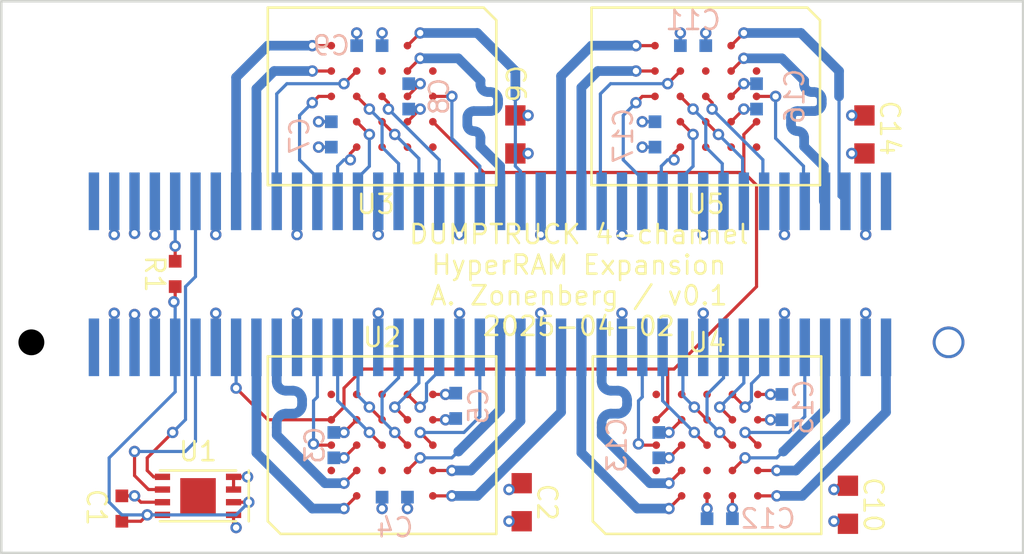
<source format=kicad_pcb>
(kicad_pcb (version 20240108) (generator "pcbnew") (generator_version "8.0")
  (layers (0 "F.Cu" signal) (1 "In1.Cu" signal) (2 "In2.Cu" signal) (31 "B.Cu" signal) (34 "B.Paste" user) (35 "F.Paste" user) (36 "B.SilkS" user "B.Silkscreen") (37 "F.SilkS" user "F.Silkscreen") (38 "B.Mask" user) (39 "F.Mask" user) (44 "Edge.Cuts" user))
  (net 0 "")
  (net 1 "/3V3_EEPROM")
  (net 2 "/GND")
  (net 3 "/VCC")
  (net 4 "/RAM2_CK_P")
  (net 5 "/RAM1_DQ5")
  (net 6 "/RAM1_DQ3")
  (net 7 "/RAM3_DQ4")
  (net 8 "/RAM1_DQ1")
  (net 9 "/RAM1_CK_N")
  (net 10 "/RAM0_DQ7")
  (net 11 "/RAM_RST_N")
  (net 12 "/RAM0_DQ0")
  (net 13 "/RAM3_DQ2")
  (net 14 "/RAM0_CS_N")
  (net 15 "Net-(J1B-PRESENT)")
  (net 16 "/RAM3_CK_N")
  (net 17 "/RAM3_CK_P")
  (net 18 "/RAM2_DQ0")
  (net 19 "/RAM2_DQ7")
  (net 20 "/RAM0_DQS")
  (net 21 "/RAM2_DQ4")
  (net 22 "/RAM3_CS_N")
  (net 24 "/EEPROM_SCL")
  (net 25 "/RAM0_DQ1")
  (net 26 "/RAM2_DQS")
  (net 27 "/EEPROM_SDA")
  (net 28 "/RAM3_DQ1")
  (net 29 "/RAM1_DQ7")
  (net 30 "/RAM3_DQ5")
  (net 31 "/RAM3_DQ0")
  (net 32 "/RAM0_CK_N")
  (net 33 "/RAM1_DQ4")
  (net 34 "/RAM2_DQ1")
  (net 35 "/RAM0_DQ4")
  (net 36 "/RAM0_CK_P")
  (net 37 "/RAM3_DQ7")
  (net 39 "/RAM2_CS_N")
  (net 40 "/RAM3_DQS")
  (net 42 "/RAM1_CS_N")
  (net 43 "/RAM0_DQ6")
  (net 44 "/RAM3_DQ6")
  (net 45 "/RAM1_DQ2")
  (net 46 "/RAM2_DQ5")
  (net 47 "/RAM0_DQ5")
  (net 48 "/RAM2_DQ3")
  (net 49 "/RAM1_DQS")
  (net 50 "/RAM1_DQ0")
  (net 51 "/RAM2_CK_N")
  (net 52 "/RAM3_DQ3")
  (net 53 "/RAM1_DQ6")
  (net 54 "/RAM2_DQ6")
  (net 55 "/RAM1_CK_P")
  (net 56 "/RAM2_DQ2")
  (net 57 "/RAM0_DQ2")
  (net 58 "/RAM0_DQ3")
  (footprint "azonenberg_pcb:EIA_0603_CAP_NOSILK" (layer "F.Cu") (at 130.75 76 90)
    (property "Reference" "C6")
    (property "Value" "4.7 uF" (hide yes))
  )
  (footprint "azonenberg_pcb:EIA_0603_CAP_NOSILK" (layer "F.Cu") (at 131 90.5 90)
    (property "Reference" "C2")
    (property "Value" "4.7 uF" (hide yes))
  )
  (footprint "azonenberg_pcb:EIA_0402_CAP_NOSILK" (layer "F.Cu") (at 115.25 90.75 90)
    (property "Reference" "C1")
    (property "Value" "0.47 uF" (hide yes))
  )
  (footprint "azonenberg_pcb:EIA_0402_RES_NOSILK" (layer "F.Cu") (at 117.35 81.5 90)
    (property "Reference" "R1")
    (property "Value" "0" (hide yes))
  )
  (footprint "azonenberg_pcb:EIA_0603_CAP_NOSILK" (layer "F.Cu") (at 144.5 76 90)
    (property "Reference" "C14")
    (property "Value" "4.7 uF" (hide yes))
  )
  (footprint "azonenberg_pcb:DFN_8_0.5MM_2x3MM_TALL" (layer "F.Cu") (at 118.25 90.25 90)
    (property "Reference" "U1")
    (property "Value" "M24C02-RMC6TG" (hide yes))
  )
  (footprint "azonenberg_pcb:BGA_24_6x8_DEPOP1_1MM" (layer "F.Cu") (at 125.5 88.25 90)
    (property "Reference" "U2")
    (property "Value" "S80KS5122GABHA020" (hide yes))
  )
  (footprint "azonenberg_pcb:BGA_24_6x8_DEPOP1_1MM" (layer "F.Cu") (at 138.25 74.5 -90)
    (property "Reference" "U5")
    (property "Value" "S80KS5122GABHA020" (hide yes))
  )
  (footprint "azonenberg_pcb:BGA_24_6x8_DEPOP1_1MM" (layer "F.Cu") (at 125.5 74.5 -90)
    (property "Reference" "U3")
    (property "Value" "S80KS5122GABHA020" (hide yes))
  )
  (footprint "azonenberg_pcb:EIA_0603_CAP_NOSILK" (layer "F.Cu") (at 143.85 90.6 90)
    (property "Reference" "C10")
    (property "Value" "4.7 uF" (hide yes))
  )
  (footprint "azonenberg_pcb:BGA_24_6x8_DEPOP1_1MM" (layer "F.Cu") (at 138.3 88.25 90)
    (property "Reference" "U4")
    (property "Value" "S80KS5122GABHA020" (hide yes))
  )
  (footprint "azonenberg_pcb:CONN_SAMTEC_BSE-040-01-L-D-A-TR" (layer "B.Cu") (at 129.75 81.5)
    (property "Reference" "J1" (hide yes))
    (property "Value" "CONN_DUMPTRUCK_DEVICE" (hide yes))
  )
  (footprint "azonenberg_pcb:EIA_0402_CAP_NOSILK" (layer "B.Cu") (at 123.6 88.249999 -90)
    (property "Reference" "C3")
    (property "Value" "0.47 uF" (hide yes))
  )
  (footprint "azonenberg_pcb:EIA_0402_CAP_NOSILK" (layer "B.Cu") (at 126.55 74.5 90)
    (property "Reference" "C8")
    (property "Value" "0.47 uF" (hide yes))
  )
  (footprint "azonenberg_pcb:EIA_0402_CAP_NOSILK" (layer "B.Cu") (at 126 90.3 180)
    (property "Reference" "C4")
    (property "Value" "0.47 uF" (hide yes))
  )
  (footprint "azonenberg_pcb:EIA_0402_CAP_NOSILK" (layer "B.Cu") (at 123.5 76 -90)
    (property "Reference" "C7")
    (property "Value" "0.47 uF" (hide yes))
  )
  (footprint "azonenberg_pcb:EIA_0402_CAP_NOSILK" (layer "B.Cu") (at 136.25 76 -90)
    (property "Reference" "C17")
    (property "Value" "0.47 uF" (hide yes))
  )
  (footprint "azonenberg_pcb:EIA_0402_CAP_NOSILK" (layer "B.Cu") (at 141.25 86.75 90)
    (property "Reference" "C15")
    (property "Value" "0.47 uF" (hide yes))
  )
  (footprint "azonenberg_pcb:EIA_0402_CAP_NOSILK" (layer "B.Cu") (at 136.4 88.25 -90)
    (property "Reference" "C13")
    (property "Value" "0.47 uF" (hide yes))
  )
  (footprint "azonenberg_pcb:EIA_0402_CAP_NOSILK" (layer "B.Cu") (at 128.4 86.7 90)
    (property "Reference" "C5")
    (property "Value" "0.47 uF" (hide yes))
  )
  (footprint "azonenberg_pcb:EIA_0402_CAP_NOSILK" (layer "B.Cu") (at 137.75 72.5)
    (property "Reference" "C11")
    (property "Value" "0.47 uF" (hide yes))
  )
  (footprint "azonenberg_pcb:EIA_0402_CAP_NOSILK" (layer "B.Cu") (at 125 72.5)
    (property "Reference" "C9")
    (property "Value" "0.47 uF" (hide yes))
  )
  (footprint "azonenberg_pcb:EIA_0402_CAP_NOSILK" (layer "B.Cu") (at 138.8 91.15 180)
    (property "Reference" "C12")
    (property "Value" "0.47 uF" (hide yes))
  )
  (footprint "azonenberg_pcb:EIA_0402_CAP_NOSILK" (layer "B.Cu") (at 140.25 74.5 90)
    (property "Reference" "C16")
    (property "Value" "0.47 uF" (hide yes))
  )
  (gr_rect (start 110.5 70.75) (end 150.75 92.5) (stroke (width 0.1)) (fill none) (layer "Edge.Cuts"))
  (gr_text "DUMPTRUCK 4-channel\nHyperRAM Expansion\nA. Zonenberg / v0.1\n2025-04-02" (at 133.25 84 0) (layer "F.SilkS") (effects (font (size 0.75 0.75) (thickness 0.1)) (justify bottom)))
  (segment (start 117.35 82.55) (end 117.3 82.6) (width 0.125) (layer "F.Cu") (net 1))
  (segment (start 116.250001 91.000001) (end 116.25 91) (width 0.125) (layer "F.Cu") (net 1))
  (segment (start 117.35 81.999999) (end 117.35 82.55) (width 0.125) (layer "F.Cu") (net 1))
  (segment (start 115.25 91.249999) (end 116.000001 91.249999) (width 0.125) (layer "F.Cu") (net 1))
  (segment (start 116.85 91.000001) (end 116.250001 91.000001) (width 0.125) (layer "F.Cu") (net 1))
  (segment (start 119.65 90.5) (end 120.25 90.5) (width 0.125) (layer "F.Cu") (net 1))
  (segment (start 116.000001 91.249999) (end 116.25 91) (width 0.125) (layer "F.Cu") (net 1))
  (via (at 117.3 82.6) (size 0.45) (drill 0.25) (layers "F.Cu" "B.Cu") (net 1))
  (via (at 120.25 90.5) (size 0.45) (drill 0.25) (layers "F.Cu" "B.Cu") (net 1))
  (via (at 116.25 91) (size 0.45) (drill 0.25) (layers "F.Cu" "B.Cu") (net 1))
  (segment (start 115.25 91) (end 116.25 91) (width 0.125) (layer "B.Cu") (net 1))
  (segment (start 114.75 90.5) (end 115.25 91) (width 0.125) (layer "B.Cu") (net 1))
  (segment (start 119.75 91) (end 120.25 90.5) (width 0.125) (layer "B.Cu") (net 1))
  (segment (start 117.35 82.65) (end 117.35 84.3935) (width 0.125) (layer "B.Cu") (net 1))
  (segment (start 117.35 84.3935) (end 117.35 86.15) (width 0.125) (layer "B.Cu") (net 1))
  (segment (start 117.35 86.15) (end 114.75 88.75) (width 0.125) (layer "B.Cu") (net 1))
  (segment (start 116.25 91) (end 119.75 91) (width 0.125) (layer "B.Cu") (net 1))
  (segment (start 117.3 82.6) (end 117.35 82.65) (width 0.125) (layer "B.Cu") (net 1))
  (segment (start 114.75 88.75) (end 114.75 90.5) (width 0.125) (layer "B.Cu") (net 1))
  (segment (start 139.25 74.5) (end 139.75 74) (width 0.125) (layer "F.Cu") (net 2))
  (segment (start 124.5 88.25) (end 124 88.75) (width 0.125) (layer "F.Cu") (net 2))
  (segment (start 115.75 90.25) (end 115.250001 90.25) (width 0.125) (layer "F.Cu") (net 2))
  (segment (start 116 90.5) (end 115.75 90.25) (width 0.125) (layer "F.Cu") (net 2))
  (segment (start 138.3 90.250001) (end 138.3 90.75) (width 0.125) (layer "F.Cu") (net 2))
  (segment (start 123.5 76.5) (end 123 76.5) (width 0.125) (layer "F.Cu") (net 2))
  (segment (start 116.85 90.5) (end 116 90.5) (width 0.125) (layer "F.Cu") (net 2))
  (segment (start 137.3 88.25) (end 136.8 88.75) (width 0.125) (layer "F.Cu") (net 2))
  (segment (start 125.5 72.499999) (end 125.5 72) (width 0.125) (layer "F.Cu") (net 2))
  (segment (start 125.5 90.250001) (end 125.5 90.75) (width 0.125) (layer "F.Cu") (net 2))
  (segment (start 119.65 90) (end 119.65 89.499999) (width 0.125) (layer "F.Cu") (net 2))
  (segment (start 119.65 89.499999) (end 120.199999 89.499999) (width 0.125) (layer "F.Cu") (net 2))
  (segment (start 143.55 89.75) (end 143.3 90) (width 0.125) (layer "F.Cu") (net 2))
  (segment (start 127.5 86.25) (end 128 86.25) (width 0.125) (layer "F.Cu") (net 2))
  (segment (start 140.3 86.25) (end 140.8 86.25) (width 0.125) (layer "F.Cu") (net 2))
  (segment (start 119.65 91.000001) (end 119.65 91.4) (width 0.125) (layer "F.Cu") (net 2))
  (segment (start 136.25 76.5) (end 135.75 76.5) (width 0.125) (layer "F.Cu") (net 2))
  (segment (start 119.65 91.4) (end 119.75 91.5) (width 0.125) (layer "F.Cu") (net 2))
  (segment (start 120.199999 89.499999) (end 120.2 89.5) (width 0.125) (layer "F.Cu") (net 2))
  (segment (start 130.75 75.25) (end 131.25 75.25) (width 0.125) (layer "F.Cu") (net 2))
  (segment (start 138.25 72.499999) (end 138.25 72) (width 0.125) (layer "F.Cu") (net 2))
  (segment (start 126.5 74.5) (end 127 74) (width 0.125) (layer "F.Cu") (net 2))
  (segment (start 130.75 89.75) (end 130.5 90) (width 0.125) (layer "F.Cu") (net 2))
  (via (at 144.55 79.95) (size 0.45) (drill 0.25) (layers "F.Cu" "B.Cu") (net 2))
  (via (at 127 74) (size 0.45) (drill 0.25) (layers "F.Cu" "B.Cu") (net 2))
  (via (at 124 88.75) (size 0.45) (drill 0.25) (layers "F.Cu" "B.Cu") (net 2))
  (via (at 138.3 90.75) (size 0.45) (drill 0.25) (layers "F.Cu" "B.Cu") (net 2))
  (via (at 141.35 79.95) (size 0.45) (drill 0.25) (layers "F.Cu" "B.Cu") (net 2))
  (via (at 134.95 83.05) (size 0.45) (drill 0.25) (layers "F.Cu" "B.Cu") (net 2))
  (via (at 144 75.25) (size 0.45) (drill 0.25) (layers "F.Cu" "B.Cu") (net 2))
  (via (at 116.55 83.05) (size 0.45) (drill 0.25) (layers "F.Cu" "B.Cu") (net 2))
  (via (at 122.15 79.95) (size 0.45) (drill 0.25) (layers "F.Cu" "B.Cu") (net 2))
  (via (at 141.35 83.05) (size 0.45) (drill 0.25) (layers "F.Cu" "B.Cu") (net 2))
  (via (at 138.25 72) (size 0.45) (drill 0.25) (layers "F.Cu" "B.Cu") (net 2))
  (via (at 136.8 88.75) (size 0.45) (drill 0.25) (layers "F.Cu" "B.Cu") (net 2))
  (via (at 128 86.25) (size 0.45) (drill 0.25) (layers "F.Cu" "B.Cu") (net 2))
  (via (at 125.5 90.75) (size 0.45) (drill 0.25) (layers "F.Cu" "B.Cu") (net 2))
  (via (at 134.95 79.95) (size 0.45) (drill 0.25) (layers "F.Cu" "B.Cu") (net 2))
  (via (at 125.35 79.95) (size 0.45) (drill 0.25) (layers "F.Cu" "B.Cu") (net 2))
  (via (at 122.15 83.05) (size 0.45) (drill 0.25) (layers "F.Cu" "B.Cu") (net 2))
  (via (at 131.75 83.05) (size 0.45) (drill 0.25) (layers "F.Cu" "B.Cu") (net 2))
  (via (at 128.55 79.95) (size 0.45) (drill 0.25) (layers "F.Cu" "B.Cu") (net 2))
  (via (at 125.5 72) (size 0.45) (drill 0.25) (layers "F.Cu" "B.Cu") (net 2))
  (via (at 119.75 91.5) (size 0.45) (drill 0.25) (layers "F.Cu" "B.Cu") (net 2))
  (via (at 114.95 83.05) (size 0.45) (drill 0.25) (layers "F.Cu" "B.Cu") (net 2))
  (via (at 115.75 90.25) (size 0.45) (drill 0.25) (layers "F.Cu" "B.Cu") (net 2))
  (via (at 138.15 83.05) (size 0.45) (drill 0.25) (layers "F.Cu" "B.Cu") (net 2))
  (via (at 130.5 90) (size 0.45) (drill 0.25) (layers "F.Cu" "B.Cu") (net 2))
  (via (at 120.2 89.5) (size 0.45) (drill 0.25) (layers "F.Cu" "B.Cu") (net 2))
  (via (at 140.8 86.25) (size 0.45) (drill 0.25) (layers "F.Cu" "B.Cu") (net 2))
  (via (at 139.75 74) (size 0.45) (drill 0.25) (layers "F.Cu" "B.Cu") (net 2))
  (via (at 135.75 76.5) (size 0.45) (drill 0.25) (layers "F.Cu" "B.Cu") (net 2))
  (via (at 143.3 90) (size 0.45) (drill 0.25) (layers "F.Cu" "B.Cu") (net 2))
  (via (at 144.55 83.05) (size 0.45) (drill 0.25) (layers "F.Cu" "B.Cu") (net 2))
  (via (at 116.55 79.95) (size 0.45) (drill 0.25) (layers "F.Cu" "B.Cu") (net 2))
  (via (at 123 76.5) (size 0.45) (drill 0.25) (layers "F.Cu" "B.Cu") (net 2))
  (via (at 131.25 75.25) (size 0.45) (drill 0.25) (layers "F.Cu" "B.Cu") (net 2))
  (via (at 114.95 79.95) (size 0.45) (drill 0.25) (layers "F.Cu" "B.Cu") (net 2))
  (via (at 118.95 79.95) (size 0.45) (drill 0.25) (layers "F.Cu" "B.Cu") (net 2))
  (via (at 131.75 79.95) (size 0.45) (drill 0.25) (layers "F.Cu" "B.Cu") (net 2))
  (via (at 128.55 83.05) (size 0.45) (drill 0.25) (layers "F.Cu" "B.Cu") (net 2))
  (via (at 125.35 83.05) (size 0.45) (drill 0.25) (layers "F.Cu" "B.Cu") (net 2))
  (via (at 118.95 83.05) (size 0.45) (drill 0.25) (layers "F.Cu" "B.Cu") (net 2))
  (via (at 138.15 79.95) (size 0.45) (drill 0.25) (layers "F.Cu" "B.Cu") (net 2))
  (segment (start 125.499999 72.5) (end 125.499999 72.000001) (width 0.125) (layer "B.Cu") (net 2))
  (segment (start 125.35 78.6365) (end 125.35 79.95) (width 0.125) (layer "B.Cu") (net 2))
  (segment (start 128.55 83.05) (end 128.55 84.3935) (width 0.125) (layer "B.Cu") (net 2))
  (segment (start 125.499999 72.000001) (end 125.5 72) (width 0.125) (layer "B.Cu") (net 2))
  (segment (start 144.55 78.6365) (end 144.55 79.95) (width 0.125) (layer "B.Cu") (net 2))
  (segment (start 123.5 76.499999) (end 123.000001 76.499999) (width 0.125) (layer "B.Cu") (net 2))
  (segment (start 138.249999 72.000001) (end 138.25 72) (width 0.125) (layer "B.Cu") (net 2))
  (segment (start 122.15 78.6365) (end 122.15 79.95) (width 0.125) (layer "B.Cu") (net 2))
  (segment (start 135.750001 76.499999) (end 135.75 76.5) (width 0.125) (layer "B.Cu") (net 2))
  (segment (start 118.95 84.3935) (end 118.95 83.05) (width 0.125) (layer "B.Cu") (net 2))
  (segment (start 131.75 78.6365) (end 131.75 79.95) (width 0.125) (layer "B.Cu") (net 2))
  (segment (start 141.35 78.6365) (end 141.35 79.95) (width 0.125) (layer "B.Cu") (net 2))
  (segment (start 144.55 83.05) (end 144.55 84.3935) (width 0.125) (layer "B.Cu") (net 2))
  (segment (start 114.95 84.3935) (end 114.95 83.05) (width 0.125) (layer "B.Cu") (net 2))
  (segment (start 116.55 84.3935) (end 116.55 83.05) (width 0.125) (layer "B.Cu") (net 2))
  (segment (start 139.750001 74.000001) (end 139.75 74) (width 0.125) (layer "B.Cu") (net 2))
  (segment (start 128.55 78.6365) (end 128.55 79.95) (width 0.125) (layer "B.Cu") (net 2))
  (segment (start 122.15 83.05) (end 122.15 84.3935) (width 0.125) (layer "B.Cu") (net 2))
  (segment (start 134.95 78.6365) (end 134.95 79.95) (width 0.125) (layer "B.Cu") (net 2))
  (segment (start 138.249999 72.5) (end 138.249999 72.000001) (width 0.125) (layer "B.Cu") (net 2))
  (segment (start 141.35 83.05) (end 141.35 84.3935) (width 0.125) (layer "B.Cu") (net 2))
  (segment (start 140.25 74.000001) (end 139.750001 74.000001) (width 0.125) (layer "B.Cu") (net 2))
  (segment (start 123.000001 76.499999) (end 123 76.5) (width 0.125) (layer "B.Cu") (net 2))
  (segment (start 134.95 83.05) (end 134.95 84.3935) (width 0.125) (layer "B.Cu") (net 2))
  (segment (start 118.95 78.6365) (end 118.95 79.95) (width 0.125) (layer "B.Cu") (net 2))
  (segment (start 136.25 76.499999) (end 135.750001 76.499999) (width 0.125) (layer "B.Cu") (net 2))
  (segment (start 138.15 83.05) (end 138.15 84.3935) (width 0.125) (layer "B.Cu") (net 2))
  (segment (start 114.95 78.6365) (end 114.95 79.95) (width 0.125) (layer "B.Cu") (net 2))
  (segment (start 138.15 78.6365) (end 138.15 79.95) (width 0.125) (layer "B.Cu") (net 2))
  (segment (start 125.35 83.05) (end 125.35 84.3935) (width 0.125) (layer "B.Cu") (net 2))
  (segment (start 116.55 78.6365) (end 116.55 79.95) (width 0.125) (layer "B.Cu") (net 2))
  (segment (start 131.75 83.05) (end 131.75 84.3935) (width 0.125) (layer "B.Cu") (net 2))
  (segment (start 136.25 75.5) (end 135.75 75.5) (width 0.125) (layer "F.Cu") (net 3))
  (segment (start 127.5 87.25) (end 128 87.25) (width 0.125) (layer "F.Cu") (net 3))
  (segment (start 137.25 72.5) (end 137.25 72) (width 0.125) (layer "F.Cu") (net 3))
  (segment (start 137.3 87.25) (end 136.8 87.75) (width 0.125) (layer "F.Cu") (net 3))
  (segment (start 124.5 87.25) (end 124 87.75) (width 0.125) (layer "F.Cu") (net 3))
  (segment (start 130.75 76.75) (end 131.25 76.75) (width 0.125) (layer "F.Cu") (net 3))
  (segment (start 139.25 75.5) (end 139.75 75) (width 0.125) (layer "F.Cu") (net 3))
  (segment (start 123.5 75.5) (end 123 75.5) (width 0.125) (layer "F.Cu") (net 3))
  (segment (start 139.3 90.25) (end 139.3 90.75) (width 0.125) (layer "F.Cu") (net 3))
  (segment (start 143.8 91.25) (end 143.3 91.25) (width 0.125) (layer "F.Cu") (net 3))
  (segment (start 131 91.25) (end 130.5 91.25) (width 0.125) (layer "F.Cu") (net 3))
  (segment (start 124.5 72.5) (end 124.5 72) (width 0.125) (layer "F.Cu") (net 3))
  (segment (start 140.3 87.25) (end 140.8 87.25) (width 0.125) (layer "F.Cu") (net 3))
  (segment (start 126.5 75.5) (end 127 75) (width 0.125) (layer "F.Cu") (net 3))
  (segment (start 126.5 90.25) (end 126.5 90.75) (width 0.125) (layer "F.Cu") (net 3))
  (via (at 115.75 79.9) (size 0.45) (drill 0.25) (layers "F.Cu" "B.Cu") (net 3))
  (via (at 128 87.25) (size 0.45) (drill 0.25) (layers "F.Cu" "B.Cu") (net 3))
  (via (at 123 75.5) (size 0.45) (drill 0.25) (layers "F.Cu" "B.Cu") (net 3))
  (via (at 127 75) (size 0.45) (drill 0.25) (layers "F.Cu" "B.Cu") (net 3))
  (via (at 115.75 83.1) (size 0.45) (drill 0.25) (layers "F.Cu" "B.Cu") (net 3))
  (via (at 124 87.75) (size 0.45) (drill 0.25) (layers "F.Cu" "B.Cu") (net 3))
  (via (at 137.25 72) (size 0.45) (drill 0.25) (layers "F.Cu" "B.Cu") (net 3))
  (via (at 139.3 90.75) (size 0.45) (drill 0.25) (layers "F.Cu" "B.Cu") (net 3))
  (via (at 136.8 87.75) (size 0.45) (drill 0.25) (layers "F.Cu" "B.Cu") (net 3))
  (via (at 144 76.75) (size 0.45) (drill 0.25) (layers "F.Cu" "B.Cu") (net 3))
  (via (at 139.75 75) (size 0.45) (drill 0.25) (layers "F.Cu" "B.Cu") (net 3))
  (via (at 143.3 91.25) (size 0.45) (drill 0.25) (layers "F.Cu" "B.Cu") (net 3))
  (via (at 135.75 75.5) (size 0.45) (drill 0.25) (layers "F.Cu" "B.Cu") (net 3))
  (via (at 130.5 91.25) (size 0.45) (drill 0.25) (layers "F.Cu" "B.Cu") (net 3))
  (via (at 126.5 90.75) (size 0.45) (drill 0.25) (layers "F.Cu" "B.Cu") (net 3))
  (via (at 124.5 72) (size 0.45) (drill 0.25) (layers "F.Cu" "B.Cu") (net 3))
  (via (at 131.25 76.75) (size 0.45) (drill 0.25) (layers "F.Cu" "B.Cu") (net 3))
  (via (at 140.8 87.25) (size 0.45) (drill 0.25) (layers "F.Cu" "B.Cu") (net 3))
  (segment (start 124.500001 72.5) (end 124.500001 72.000001) (width 0.125) (layer "B.Cu") (net 3))
  (segment (start 123.000001 75.500001) (end 123 75.5) (width 0.125) (layer "B.Cu") (net 3))
  (segment (start 137.250001 72.5) (end 137.250001 72.000001) (width 0.125) (layer "B.Cu") (net 3))
  (segment (start 123.5 75.500001) (end 123.000001 75.500001) (width 0.125) (layer "B.Cu") (net 3))
  (segment (start 140.25 74.999999) (end 139.750001 74.999999) (width 0.125) (layer "B.Cu") (net 3))
  (segment (start 124.500001 72.000001) (end 124.5 72) (width 0.125) (layer "B.Cu") (net 3))
  (segment (start 115.750001 84.3935) (end 115.750001 83.100001) (width 0.125) (layer "B.Cu") (net 3))
  (segment (start 115.750001 83.100001) (end 115.75 83.1) (width 0.125) (layer "B.Cu") (net 3))
  (segment (start 115.75 78.6365) (end 115.75 79.9) (width 0.125) (layer "B.Cu") (net 3))
  (segment (start 137.250001 72.000001) (end 137.25 72) (width 0.125) (layer "B.Cu") (net 3))
  (segment (start 136.25 75.500001) (end 135.750001 75.500001) (width 0.125) (layer "B.Cu") (net 3))
  (segment (start 135.750001 75.500001) (end 135.75 75.5) (width 0.125) (layer "B.Cu") (net 3))
  (segment (start 139.750001 74.999999) (end 139.75 75) (width 0.125) (layer "B.Cu") (net 3))
  (segment (start 137.3 89.25) (end 136.8 89.75) (width 0.125) (layer "F.Cu") (net 4))
  (via (at 136.8 89.75) (size 0.45) (drill 0.25) (layers "F.Cu" "B.Cu") (net 4))
  (segment (start 134.5124 86.103406) (end 134.7876 86.103406) (width 0.381) (layer "B.Cu") (net 4))
  (segment (start 134.7876 87.009406) (end 134.5124 87.009406) (width 0.381) (layer "B.Cu") (net 4))
  (segment (start 134.15 87.553006) (end 134.15 87.85) (width 0.381) (layer "B.Cu") (net 4))
  (segment (start 134.15 84.3935) (end 134.15 85.741006) (width 0.381) (layer "B.Cu") (net 4))
  (segment (start 135.15 86.465806) (end 135.15 86.647006) (width 0.381) (layer "B.Cu") (net 4))
  (segment (start 134.15 87.371806) (end 134.15 87.553006) (width 0.381) (layer "B.Cu") (net 4))
  (segment (start 136.05 89.75) (end 136.8 89.75) (width 0.381) (layer "B.Cu") (net 4))
  (segment (start 134.15 87.85) (end 136.05 89.75) (width 0.381) (layer "B.Cu") (net 4))
  (arc (start 134.5124 87.009406) (mid 134.256145 87.115551) (end 134.15 87.371806) (width 0.381) (layer "B.Cu") (net 4))
  (arc (start 134.15 85.741006) (mid 134.256145 85.997261) (end 134.5124 86.103406) (width 0.381) (layer "B.Cu") (net 4))
  (arc (start 134.7876 86.103406) (mid 135.043855 86.209551) (end 135.15 86.465806) (width 0.381) (layer "B.Cu") (net 4))
  (arc (start 135.15 86.647006) (mid 135.043855 86.903261) (end 134.7876 87.009406) (width 0.381) (layer "B.Cu") (net 4))
  (segment (start 123.499999 74.5) (end 123 74.5) (width 0.125) (layer "F.Cu") (net 5))
  (segment (start 123 74.5) (end 122.75 74.75) (width 0.125) (layer "F.Cu") (net 5))
  (via (at 122.75 74.75) (size 0.45) (drill 0.25) (layers "F.Cu" "B.Cu") (net 5))
  (segment (start 122.95 77.705) (end 122.25 77.005) (width 0.125) (layer "B.Cu") (net 5))
  (segment (start 122.25 75.25) (end 122.75 74.75) (width 0.125) (layer "B.Cu") (net 5))
  (segment (start 122.25 77.005) (end 122.25 75.25) (width 0.125) (layer "B.Cu") (net 5))
  (segment (start 125 76) (end 124.5 75.5) (width 0.125) (layer "F.Cu") (net 6))
  (via (at 125 76) (size 0.45) (drill 0.25) (layers "F.Cu" "B.Cu") (net 6))
  (segment (start 124.55 77.705) (end 125 77.255) (width 0.125) (layer "B.Cu") (net 6))
  (segment (start 125 77.255) (end 125 76) (width 0.125) (layer "B.Cu") (net 6))
  (segment (start 137 77) (end 137 76.75) (width 0.125) (layer "F.Cu") (net 7))
  (segment (start 137 76.75) (end 137.25 76.5) (width 0.125) (layer "F.Cu") (net 7))
  (via (at 137 77) (size 0.45) (drill 0.25) (layers "F.Cu" "B.Cu") (net 7))
  (segment (start 136.5 77.25) (end 136.75 77) (width 0.125) (layer "B.Cu") (net 7))
  (segment (start 136.75 77) (end 137 77) (width 0.125) (layer "B.Cu") (net 7))
  (segment (start 136.5 78.6365) (end 136.5 77.25) (width 0.125) (layer "B.Cu") (net 7))
  (segment (start 124 74) (end 124.5 73.5) (width 0.125) (layer "F.Cu") (net 8))
  (via (at 124 74) (size 0.45) (drill 0.25) (layers "F.Cu" "B.Cu") (net 8))
  (segment (start 121.35 78.6365) (end 121.35 74.4) (width 0.125) (layer "B.Cu") (net 8))
  (segment (start 121.75 74) (end 124 74) (width 0.125) (layer "B.Cu") (net 8))
  (segment (start 121.35 74.4) (end 121.75 74) (width 0.125) (layer "B.Cu") (net 8))
  (segment (start 126.5 72.5) (end 127 72) (width 0.125) (layer "F.Cu") (net 9))
  (via (at 127 72) (size 0.45) (drill 0.25) (layers "F.Cu" "B.Cu") (net 9))
  (segment (start 130.75 74.5) (end 130.75 77.25) (width 0.125) (layer "B.Cu") (net 9))
  (segment (start 129.25 72) (end 130.75 73.5) (width 0.381) (layer "B.Cu") (net 9))
  (segment (start 130.75 73.5) (end 130.75 74.5) (width 0.381) (layer "B.Cu") (net 9))
  (segment (start 130.95 77.45) (end 130.75 77.25) (width 0.125) (layer "B.Cu") (net 9))
  (segment (start 127 72) (end 129.25 72) (width 0.381) (layer "B.Cu") (net 9))
  (segment (start 130.95 78.6365) (end 130.95 77.45) (width 0.125) (layer "B.Cu") (net 9))
  (segment (start 127.5 90.25) (end 128.25 90.25) (width 0.125) (layer "F.Cu") (net 10))
  (via (at 128.25 90.25) (size 0.45) (drill 0.25) (layers "F.Cu" "B.Cu") (net 10))
  (segment (start 132.55 86.95) (end 129.25 90.25) (width 0.381) (layer "B.Cu") (net 10))
  (segment (start 129.25 90.25) (end 128.25 90.25) (width 0.381) (layer "B.Cu") (net 10))
  (segment (start 132.55 84.3935) (end 132.55 86.95) (width 0.381) (layer "B.Cu") (net 10))
  (segment (start 139.75 77.5) (end 139.5 77.5) (width 0.125) (layer "F.Cu") (net 11))
  (segment (start 121 87.25) (end 123.5 87.25) (width 0.125) (layer "F.Cu") (net 11))
  (segment (start 140.25 82) (end 140.25 78) (width 0.125) (layer "F.Cu") (net 11))
  (segment (start 124.75 85.25) (end 124 86) (width 0.125) (layer "F.Cu") (net 11))
  (segment (start 124 86) (end 124 86.75) (width 0.125) (layer "F.Cu") (net 11))
  (segment (start 140.25 75.5) (end 139.75 76) (width 0.125) (layer "F.Cu") (net 11))
  (segment (start 139.75 76) (end 139.75 77.5) (width 0.125) (layer "F.Cu") (net 11))
  (segment (start 136.75 86.8) (end 136.75 85.25) (width 0.125) (layer "F.Cu") (net 11))
  (segment (start 136.3 87.25) (end 136.75 86.8) (width 0.125) (layer "F.Cu") (net 11))
  (segment (start 140.25 78) (end 139.75 77.5) (width 0.125) (layer "F.Cu") (net 11))
  (segment (start 136.75 85.25) (end 137 85.25) (width 0.125) (layer "F.Cu") (net 11))
  (segment (start 129.5 77.5) (end 127.5 75.5) (width 0.125) (layer "F.Cu") (net 11))
  (segment (start 119.75 86) (end 121 87.25) (width 0.125) (layer "F.Cu") (net 11))
  (segment (start 136.75 85.25) (end 124.75 85.25) (width 0.125) (layer "F.Cu") (net 11))
  (segment (start 137 85.25) (end 140.25 82) (width 0.125) (layer "F.Cu") (net 11))
  (segment (start 124 86.75) (end 123.5 87.25) (width 0.125) (layer "F.Cu") (net 11))
  (segment (start 139.5 77.5) (end 129.5 77.5) (width 0.125) (layer "F.Cu") (net 11))
  (via (at 119.75 86) (size 0.45) (drill 0.25) (layers "F.Cu" "B.Cu") (net 11))
  (segment (start 119.75 84.3935) (end 119.75 86) (width 0.125) (layer "B.Cu") (net 11))
  (segment (start 126 87.75) (end 126.5 88.25) (width 0.125) (layer "F.Cu") (net 12))
  (via (at 126 87.75) (size 0.45) (drill 0.25) (layers "F.Cu" "B.Cu") (net 12))
  (segment (start 125.5 87.25) (end 126 87.75) (width 0.125) (layer "B.Cu") (net 12))
  (segment (start 126.15 85.6) (end 125.5 86.25) (width 0.125) (layer "B.Cu") (net 12))
  (segment (start 125.5 86.25) (end 125.5 87.25) (width 0.125) (layer "B.Cu") (net 12))
  (segment (start 126.15 84.3935) (end 126.15 85.6) (width 0.125) (layer "B.Cu") (net 12))
  (segment (start 138.25 75.5) (end 138.75 76) (width 0.125) (layer "F.Cu") (net 13))
  (via (at 138.75 76) (size 0.45) (drill 0.25) (layers "F.Cu" "B.Cu") (net 13))
  (segment (start 139.7 76.95) (end 138.75 76) (width 0.125) (layer "B.Cu") (net 13))
  (segment (start 139.7 78.6365) (end 139.7 76.95) (width 0.125) (layer "B.Cu") (net 13))
  (segment (start 122.85 88.25) (end 122.8 88.2) (width 0.125) (layer "F.Cu") (net 14))
  (segment (start 123.499999 88.25) (end 122.85 88.25) (width 0.125) (layer "F.Cu") (net 14))
  (via (at 122.8 88.2) (size 0.45) (drill 0.25) (layers "F.Cu" "B.Cu") (net 14))
  (segment (start 122.8 86.5) (end 122.8 88.2) (width 0.125) (layer "B.Cu") (net 14))
  (segment (start 122.95 86.35) (end 122.8 86.5) (width 0.125) (layer "B.Cu") (net 14))
  (segment (start 122.95 84.3935) (end 122.95 86.35) (width 0.125) (layer "B.Cu") (net 14))
  (segment (start 117.35 81.000001) (end 117.35 80.4) (width 0.125) (layer "F.Cu") (net 15))
  (via (at 117.35 80.4) (size 0.45) (drill 0.25) (layers "F.Cu" "B.Cu") (net 15))
  (segment (start 117.35 80.4) (end 117.35 78.6365) (width 0.125) (layer "B.Cu") (net 15))
  (segment (start 139.25 72.5) (end 139.75 72) (width 0.125) (layer "F.Cu") (net 16))
  (via (at 139.75 72) (size 0.45) (drill 0.25) (layers "F.Cu" "B.Cu") (net 16))
  (segment (start 142 72) (end 143.5 73.5) (width 0.381) (layer "B.Cu") (net 16))
  (segment (start 139.75 72) (end 142 72) (width 0.381) (layer "B.Cu") (net 16))
  (segment (start 143.5 78.4365) (end 143.7 78.6365) (width 0.125) (layer "B.Cu") (net 16))
  (segment (start 143.5 74.5) (end 143.5 78.4365) (width 0.125) (layer "B.Cu") (net 16))
  (segment (start 143.5 73.5) (end 143.5 74.5) (width 0.381) (layer "B.Cu") (net 16))
  (segment (start 139.25 73.5) (end 139.75 73) (width 0.125) (layer "F.Cu") (net 17))
  (via (at 139.75 73) (size 0.45) (drill 0.25) (layers "F.Cu" "B.Cu") (net 17))
  (segment (start 141.606902 75.610651) (end 141.606902 75.337798) (width 0.381) (layer "B.Cu") (net 17))
  (segment (start 142.125 73.878749) (end 142.125 73.875) (width 0.381) (layer "B.Cu") (net 17))
  (segment (start 142.125 73.875) (end 141.25 73) (width 0.381) (layer "B.Cu") (net 17))
  (segment (start 141.25 73) (end 139.75 73) (width 0.381) (layer "B.Cu") (net 17))
  (segment (start 142.125 76.475) (end 142.125 76.128749) (width 0.381) (layer "B.Cu") (net 17))
  (segment (start 142.519448 74.328749) (end 142.425 74.328749) (width 0.381) (layer "B.Cu") (net 17))
  (segment (start 142.425 75.078749) (end 142.519448 75.078749) (width 0.381) (layer "B.Cu") (net 17))
  (segment (start 142.9 77.25) (end 142.125 76.475) (width 0.381) (layer "B.Cu") (net 17))
  (segment (start 142.819448 74.778749) (end 142.819448 74.628749) (width 0.381) (layer "B.Cu") (net 17))
  (segment (start 142.9 78.6365) (end 142.9 77.25) (width 0.381) (layer "B.Cu") (net 17))
  (segment (start 142.125 74.028749) (end 142.125 73.878749) (width 0.381) (layer "B.Cu") (net 17))
  (segment (start 141.865951 75.078749) (end 142.425 75.078749) (width 0.381) (layer "B.Cu") (net 17))
  (arc (start 142.125 76.128749) (mid 142.049126 75.945574) (end 141.865951 75.8697) (width 0.381) (layer "B.Cu") (net 17))
  (arc (start 142.425 74.328749) (mid 142.212868 74.240881) (end 142.125 74.028749) (width 0.381) (layer "B.Cu") (net 17))
  (arc (start 141.606902 75.337798) (mid 141.682776 75.154623) (end 141.865951 75.078749) (width 0.381) (layer "B.Cu") (net 17))
  (arc (start 141.865951 75.8697) (mid 141.682776 75.793826) (end 141.606902 75.610651) (width 0.381) (layer "B.Cu") (net 17))
  (arc (start 142.819448 74.628749) (mid 142.73158 74.416617) (end 142.519448 74.328749) (width 0.381) (layer "B.Cu") (net 17))
  (arc (start 142.519448 75.078749) (mid 142.73158 74.990881) (end 142.819448 74.778749) (width 0.381) (layer "B.Cu") (net 17))
  (segment (start 138.8 87.75) (end 139.3 88.25) (width 0.125) (layer "F.Cu") (net 18))
  (via (at 138.8 87.75) (size 0.45) (drill 0.25) (layers "F.Cu" "B.Cu") (net 18))
  (segment (start 138.95 85.6) (end 138.3 86.25) (width 0.125) (layer "B.Cu") (net 18))
  (segment (start 138.3 86.25) (end 138.3 87.25) (width 0.125) (layer "B.Cu") (net 18))
  (segment (start 138.3 87.25) (end 138.8 87.75) (width 0.125) (layer "B.Cu") (net 18))
  (segment (start 138.95 84.3935) (end 138.95 85.6) (width 0.125) (layer "B.Cu") (net 18))
  (segment (start 140.3 90.25) (end 141.05 90.25) (width 0.125) (layer "F.Cu") (net 19))
  (via (at 141.05 90.25) (size 0.45) (drill 0.25) (layers "F.Cu" "B.Cu") (net 19))
  (segment (start 145.35 84.3935) (end 145.35 86.95) (width 0.381) (layer "B.Cu") (net 19))
  (segment (start 145.35 86.95) (end 142.05 90.25) (width 0.381) (layer "B.Cu") (net 19))
  (segment (start 142.05 90.25) (end 141.05 90.25) (width 0.381) (layer "B.Cu") (net 19))
  (segment (start 125.5 88.25) (end 125 87.75) (width 0.125) (layer "F.Cu") (net 20))
  (via (at 125 87.75) (size 0.45) (drill 0.25) (layers "F.Cu" "B.Cu") (net 20))
  (segment (start 123.75 84.3935) (end 123.75 86.5) (width 0.125) (layer "B.Cu") (net 20))
  (segment (start 123.75 86.5) (end 125 87.75) (width 0.125) (layer "B.Cu") (net 20))
  (segment (start 139.3 86.25) (end 139.8 86.75) (width 0.125) (layer "F.Cu") (net 21))
  (via (at 139.8 86.75) (size 0.45) (drill 0.25) (layers "F.Cu" "B.Cu") (net 21))
  (segment (start 140.05 86.5) (end 139.8 86.75) (width 0.125) (layer "B.Cu") (net 21))
  (segment (start 140.05 85.825) (end 140.05 86.5) (width 0.125) (layer "B.Cu") (net 21))
  (segment (start 140.55 85.325) (end 140.05 85.825) (width 0.125) (layer "B.Cu") (net 21))
  (segment (start 140.250001 74.5) (end 141 74.5) (width 0.125) (layer "F.Cu") (net 22))
  (via (at 141 74.5) (size 0.45) (drill 0.25) (layers "F.Cu" "B.Cu") (net 22))
  (segment (start 141 74.5) (end 141 76.15) (width 0.125) (layer "B.Cu") (net 22))
  (segment (start 141 76.15) (end 142.1 77.25) (width 0.125) (layer "B.Cu") (net 22))
  (segment (start 142.1 77.25) (end 142.1 78.6365) (width 0.125) (layer "B.Cu") (net 22))
  (segment (start 115.75 89.45) (end 115.75 88.5) (width 0.125) (layer "F.Cu") (net 24))
  (segment (start 116.3 90) (end 115.75 89.45) (width 0.125) (layer "F.Cu") (net 24))
  (segment (start 116.3 90) (end 116.85 90) (width 0.125) (layer "F.Cu") (net 24))
  (via (at 115.75 88.5) (size 0.45) (drill 0.25) (layers "F.Cu" "B.Cu") (net 24))
  (segment (start 118.15 88.1) (end 117.75 88.5) (width 0.125) (layer "B.Cu") (net 24))
  (segment (start 117.75 88.5) (end 115.75 88.5) (width 0.125) (layer "B.Cu") (net 24))
  (segment (start 118.15 84.3935) (end 118.15 88.1) (width 0.125) (layer "B.Cu") (net 24))
  (segment (start 127 88.75) (end 126.5 89.25) (width 0.125) (layer "F.Cu") (net 25))
  (via (at 127 88.75) (size 0.45) (drill 0.25) (layers "F.Cu" "B.Cu") (net 25))
  (segment (start 130.15 84.3935) (end 130.15 86.859571) (width 0.381) (layer "B.Cu") (net 25))
  (segment (start 128.509571 88.5) (end 128.5 88.5) (width 0.381) (layer "B.Cu") (net 25))
  (segment (start 128.5 88.5) (end 128.25 88.75) (width 0.125) (layer "B.Cu") (net 25))
  (segment (start 130.15 86.859571) (end 128.509571 88.5) (width 0.381) (layer "B.Cu") (net 25))
  (segment (start 128.25 88.75) (end 127 88.75) (width 0.125) (layer "B.Cu") (net 25))
  (segment (start 138.3 88.25) (end 137.8 87.75) (width 0.125) (layer "F.Cu") (net 26))
  (via (at 137.8 87.75) (size 0.45) (drill 0.25) (layers "F.Cu" "B.Cu") (net 26))
  (segment (start 136.55 84.3935) (end 136.55 86.5) (width 0.125) (layer "B.Cu") (net 26))
  (segment (start 136.55 86.5) (end 137.8 87.75) (width 0.125) (layer "B.Cu") (net 26))
  (segment (start 116.25 88.75) (end 116.25 89.25) (width 0.125) (layer "F.Cu") (net 27))
  (segment (start 117.25 87.75) (end 116.25 88.75) (width 0.125) (layer "F.Cu") (net 27))
  (segment (start 116.25 89.25) (end 116.499999 89.499999) (width 0.125) (layer "F.Cu") (net 27))
  (segment (start 116.499999 89.499999) (end 116.85 89.499999) (width 0.125) (layer "F.Cu") (net 27))
  (via (at 117.25 87.75) (size 0.45) (drill 0.25) (layers "F.Cu" "B.Cu") (net 27))
  (segment (start 117.7575 87.2425) (end 117.25 87.75) (width 0.125) (layer "B.Cu") (net 27))
  (segment (start 118.15 81.6075) (end 117.7575 82) (width 0.125) (layer "B.Cu") (net 27))
  (segment (start 117.7575 82) (end 117.7575 87.2425) (width 0.125) (layer "B.Cu") (net 27))
  (segment (start 118.15 78.6365) (end 118.15 81.6075) (width 0.125) (layer "B.Cu") (net 27))
  (segment (start 136.75 74) (end 137.25 73.5) (width 0.125) (layer "F.Cu") (net 28))
  (via (at 136.75 74) (size 0.45) (drill 0.25) (layers "F.Cu" "B.Cu") (net 28))
  (segment (start 134.5 74) (end 136.75 74) (width 0.125) (layer "B.Cu") (net 28))
  (segment (start 134.1 78.6365) (end 134.1 74.4) (width 0.125) (layer "B.Cu") (net 28))
  (segment (start 134.1 74.4) (end 134.5 74) (width 0.125) (layer "B.Cu") (net 28))
  (segment (start 122.75 72.5) (end 123.5 72.5) (width 0.125) (layer "F.Cu") (net 29))
  (via (at 122.75 72.5) (size 0.45) (drill 0.25) (layers "F.Cu" "B.Cu") (net 29))
  (segment (start 119.75 78.6365) (end 119.75 73.75) (width 0.381) (layer "B.Cu") (net 29))
  (segment (start 119.75 73.75) (end 121 72.5) (width 0.381) (layer "B.Cu") (net 29))
  (segment (start 121 72.5) (end 122.75 72.5) (width 0.381) (layer "B.Cu") (net 29))
  (segment (start 135.75 74.5) (end 135.5 74.75) (width 0.125) (layer "F.Cu") (net 30))
  (segment (start 136.249999 74.5) (end 135.75 74.5) (width 0.125) (layer "F.Cu") (net 30))
  (via (at 135.5 74.75) (size 0.45) (drill 0.25) (layers "F.Cu" "B.Cu") (net 30))
  (segment (start 135 77.005) (end 135 75.25) (width 0.125) (layer "B.Cu") (net 30))
  (segment (start 135.7 77.705) (end 135 77.005) (width 0.125) (layer "B.Cu") (net 30))
  (segment (start 135 75.25) (end 135.5 74.75) (width 0.125) (layer "B.Cu") (net 30))
  (segment (start 137.25 74.5) (end 137.75 75) (width 0.125) (layer "F.Cu") (net 31))
  (via (at 137.75 75) (size 0.45) (drill 0.25) (layers "F.Cu" "B.Cu") (net 31))
  (segment (start 138.9 77.15) (end 138.25 76.5) (width 0.125) (layer "B.Cu") (net 31))
  (segment (start 138.25 75.5) (end 137.75 75) (width 0.125) (layer "B.Cu") (net 31))
  (segment (start 138.9 78.6365) (end 138.9 77.15) (width 0.125) (layer "B.Cu") (net 31))
  (segment (start 138.25 76.5) (end 138.25 75.5) (width 0.125) (layer "B.Cu") (net 31))
  (segment (start 124.5 90.25) (end 124 90.75) (width 0.125) (layer "F.Cu") (net 32))
  (via (at 124 90.75) (size 0.45) (drill 0.25) (layers "F.Cu" "B.Cu") (net 32))
  (segment (start 120.55 84.3935) (end 120.55 88.55) (width 0.381) (layer "B.Cu") (net 32))
  (segment (start 122.75 90.75) (end 124 90.75) (width 0.381) (layer "B.Cu") (net 32))
  (segment (start 120.55 88.55) (end 122.75 90.75) (width 0.381) (layer "B.Cu") (net 32))
  (segment (start 124.25 76.75) (end 124.5 76.5) (width 0.125) (layer "F.Cu") (net 33))
  (segment (start 124.25 77) (end 124.25 76.75) (width 0.125) (layer "F.Cu") (net 33))
  (via (at 124.25 77) (size 0.45) (drill 0.25) (layers "F.Cu" "B.Cu") (net 33))
  (segment (start 123.75 78.6365) (end 123.75 77.25) (width 0.125) (layer "B.Cu") (net 33))
  (segment (start 123.75 77.25) (end 124 77) (width 0.125) (layer "B.Cu") (net 33))
  (segment (start 124 77) (end 124.25 77) (width 0.125) (layer "B.Cu") (net 33))
  (segment (start 139.8 88.75) (end 139.3 89.25) (width 0.125) (layer "F.Cu") (net 34))
  (via (at 139.8 88.75) (size 0.45) (drill 0.25) (layers "F.Cu" "B.Cu") (net 34))
  (segment (start 142.95 84.3935) (end 142.95 86.859571) (width 0.381) (layer "B.Cu") (net 34))
  (segment (start 141.3 88.5) (end 141.05 88.75) (width 0.125) (layer "B.Cu") (net 34))
  (segment (start 141.309571 88.5) (end 141.3 88.5) (width 0.381) (layer "B.Cu") (net 34))
  (segment (start 141.05 88.75) (end 139.8 88.75) (width 0.125) (layer "B.Cu") (net 34))
  (segment (start 142.95 86.859571) (end 141.309571 88.5) (width 0.381) (layer "B.Cu") (net 34))
  (segment (start 126.5 86.25) (end 127 86.75) (width 0.125) (layer "F.Cu") (net 35))
  (via (at 127 86.75) (size 0.45) (drill 0.25) (layers "F.Cu" "B.Cu") (net 35))
  (segment (start 127.75 85.325) (end 127.25 85.825) (width 0.125) (layer "B.Cu") (net 35))
  (segment (start 127.25 85.825) (end 127.25 86.5) (width 0.125) (layer "B.Cu") (net 35))
  (segment (start 127.25 86.5) (end 127 86.75) (width 0.125) (layer "B.Cu") (net 35))
  (segment (start 124.5 89.25) (end 124 89.75) (width 0.125) (layer "F.Cu") (net 36))
  (via (at 124 89.75) (size 0.45) (drill 0.25) (layers "F.Cu" "B.Cu") (net 36))
  (segment (start 121.9876 87.009406) (end 121.7124 87.009406) (width 0.381) (layer "B.Cu") (net 36))
  (segment (start 121.35 84.3935) (end 121.35 85.741006) (width 0.381) (layer "B.Cu") (net 36))
  (segment (start 121.35 87.85) (end 123.25 89.75) (width 0.381) (layer "B.Cu") (net 36))
  (segment (start 122.35 86.465806) (end 122.35 86.647006) (width 0.381) (layer "B.Cu") (net 36))
  (segment (start 121.35 87.553006) (end 121.35 87.85) (width 0.381) (layer "B.Cu") (net 36))
  (segment (start 121.35 87.371806) (end 121.35 87.553006) (width 0.381) (layer "B.Cu") (net 36))
  (segment (start 123.25 89.75) (end 124 89.75) (width 0.381) (layer "B.Cu") (net 36))
  (segment (start 121.7124 86.103406) (end 121.9876 86.103406) (width 0.381) (layer "B.Cu") (net 36))
  (arc (start 121.9876 86.103406) (mid 122.243855 86.209551) (end 122.35 86.465806) (width 0.381) (layer "B.Cu") (net 36))
  (arc (start 122.35 86.647006) (mid 122.243855 86.903261) (end 121.9876 87.009406) (width 0.381) (layer "B.Cu") (net 36))
  (arc (start 121.7124 87.009406) (mid 121.456145 87.115551) (end 121.35 87.371806) (width 0.381) (layer "B.Cu") (net 36))
  (arc (start 121.35 85.741006) (mid 121.456145 85.997261) (end 121.7124 86.103406) (width 0.381) (layer "B.Cu") (net 36))
  (segment (start 135.5 72.5) (end 136.25 72.5) (width 0.125) (layer "F.Cu") (net 37))
  (via (at 135.5 72.5) (size 0.45) (drill 0.25) (layers "F.Cu" "B.Cu") (net 37))
  (segment (start 132.5 78.6365) (end 132.5 73.75) (width 0.125) (layer "B.Cu") (net 37))
  (segment (start 132.55 73.7) (end 133.75 72.5) (width 0.381) (layer "B.Cu") (net 37))
  (segment (start 133.75 72.5) (end 135.5 72.5) (width 0.381) (layer "B.Cu") (net 37))
  (segment (start 132.55 78.6365) (end 132.55 73.7) (width 0.381) (layer "B.Cu") (net 37))
  (segment (start 132.5 73.75) (end 133.75 72.5) (width 0.125) (layer "B.Cu") (net 37))
  (segment (start 135.65 88.25) (end 135.6 88.2) (width 0.125) (layer "F.Cu") (net 39))
  (segment (start 136.299999 88.25) (end 135.65 88.25) (width 0.125) (layer "F.Cu") (net 39))
  (via (at 135.6 88.2) (size 0.45) (drill 0.25) (layers "F.Cu" "B.Cu") (net 39))
  (segment (start 135.75 86.35) (end 135.6 86.5) (width 0.125) (layer "B.Cu") (net 39))
  (segment (start 135.75 84.3935) (end 135.75 86.35) (width 0.125) (layer "B.Cu") (net 39))
  (segment (start 135.6 86.5) (end 135.6 88.2) (width 0.125) (layer "B.Cu") (net 39))
  (segment (start 138.5 75) (end 138.5 74.75) (width 0.125) (layer "F.Cu") (net 40))
  (segment (start 138.5 74.75) (end 138.25 74.5) (width 0.125) (layer "F.Cu") (net 40))
  (via (at 138.5 75) (size 0.45) (drill 0.25) (layers "F.Cu" "B.Cu") (net 40))
  (segment (start 140.5 77) (end 138.5 75) (width 0.125) (layer "B.Cu") (net 40))
  (segment (start 140.5 78.6365) (end 140.5 77) (width 0.125) (layer "B.Cu") (net 40))
  (segment (start 127.500001 74.5) (end 128.25 74.5) (width 0.125) (layer "F.Cu") (net 42))
  (via (at 128.25 74.5) (size 0.45) (drill 0.25) (layers "F.Cu" "B.Cu") (net 42))
  (segment (start 128.25 76.15) (end 129.35 77.25) (width 0.125) (layer "B.Cu") (net 42))
  (segment (start 128.25 74.5) (end 128.25 76.15) (width 0.125) (layer "B.Cu") (net 42))
  (segment (start 129.35 77.25) (end 129.35 78.6365) (width 0.125) (layer "B.Cu") (net 42))
  (segment (start 127.5 89.25) (end 128.25 89.25) (width 0.125) (layer "F.Cu") (net 43))
  (via (at 128.25 89.25) (size 0.45) (drill 0.25) (layers "F.Cu" "B.Cu") (net 43))
  (segment (start 130.95 87.3) (end 129 89.25) (width 0.381) (layer "B.Cu") (net 43))
  (segment (start 129 89.25) (end 128.25 89.25) (width 0.381) (layer "B.Cu") (net 43))
  (segment (start 130.95 84.3935) (end 130.95 87.3) (width 0.381) (layer "B.Cu") (net 43))
  (segment (start 136.25 73.5) (end 135.5 73.5) (width 0.125) (layer "F.Cu") (net 44))
  (via (at 135.5 73.5) (size 0.45) (drill 0.25) (layers "F.Cu" "B.Cu") (net 44))
  (segment (start 133.35 78.6365) (end 133.35 74.15) (width 0.381) (layer "B.Cu") (net 44))
  (segment (start 133.3 74.2) (end 134 73.5) (width 0.125) (layer "B.Cu") (net 44))
  (segment (start 134 73.5) (end 135.5 73.5) (width 0.381) (layer "B.Cu") (net 44))
  (segment (start 133.35 74.15) (end 134 73.5) (width 0.381) (layer "B.Cu") (net 44))
  (segment (start 133.3 78.6365) (end 133.3 74.2) (width 0.125) (layer "B.Cu") (net 44))
  (segment (start 125.5 75.5) (end 126 76) (width 0.125) (layer "F.Cu") (net 45))
  (via (at 126 76) (size 0.45) (drill 0.25) (layers "F.Cu" "B.Cu") (net 45))
  (segment (start 126.95 76.95) (end 126 76) (width 0.125) (layer "B.Cu") (net 45))
  (segment (start 126.95 78.6365) (end 126.95 76.95) (width 0.125) (layer "B.Cu") (net 45))
  (segment (start 139.8 87.75) (end 139.800001 87.75) (width 0.125) (layer "F.Cu") (net 46))
  (segment (start 139.800001 87.75) (end 140.300001 88.25) (width 0.125) (layer "F.Cu") (net 46))
  (via (at 139.8 87.75) (size 0.45) (drill 0.25) (layers "F.Cu" "B.Cu") (net 46))
  (segment (start 142.15 84.3935) (end 142.15 87.124999) (width 0.125) (layer "B.Cu") (net 46))
  (segment (start 142.15 87.124999) (end 141.524999 87.75) (width 0.125) (layer "B.Cu") (net 46))
  (segment (start 141.524999 87.75) (end 139.8 87.75) (width 0.125) (layer "B.Cu") (net 46))
  (segment (start 127.000001 87.75) (end 127.500001 88.25) (width 0.125) (layer "F.Cu") (net 47))
  (segment (start 127 87.75) (end 127.000001 87.75) (width 0.125) (layer "F.Cu") (net 47))
  (via (at 127 87.75) (size 0.45) (drill 0.25) (layers "F.Cu" "B.Cu") (net 47))
  (segment (start 129.35 84.3935) (end 129.35 87.124999) (width 0.125) (layer "B.Cu") (net 47))
  (segment (start 128.724999 87.75) (end 127 87.75) (width 0.125) (layer "B.Cu") (net 47))
  (segment (start 129.35 87.124999) (end 128.724999 87.75) (width 0.125) (layer "B.Cu") (net 47))
  (segment (start 138.8 86.75) (end 139.3 87.25) (width 0.125) (layer "F.Cu") (net 48))
  (via (at 138.8 86.75) (size 0.45) (drill 0.25) (layers "F.Cu" "B.Cu") (net 48))
  (segment (start 139.75 85.8) (end 139.75 84.3935) (width 0.125) (layer "B.Cu") (net 48))
  (segment (start 138.8 86.75) (end 139.75 85.8) (width 0.125) (layer "B.Cu") (net 48))
  (segment (start 125.75 75) (end 125.75 74.75) (width 0.125) (layer "F.Cu") (net 49))
  (segment (start 125.75 74.75) (end 125.5 74.5) (width 0.125) (layer "F.Cu") (net 49))
  (via (at 125.75 75) (size 0.45) (drill 0.25) (layers "F.Cu" "B.Cu") (net 49))
  (segment (start 127.75 77) (end 125.75 75) (width 0.125) (layer "B.Cu") (net 49))
  (segment (start 127.75 78.6365) (end 127.75 77) (width 0.125) (layer "B.Cu") (net 49))
  (segment (start 124.5 74.5) (end 125 75) (width 0.125) (layer "F.Cu") (net 50))
  (via (at 125 75) (size 0.45) (drill 0.25) (layers "F.Cu" "B.Cu") (net 50))
  (segment (start 125.5 75.5) (end 125 75) (width 0.125) (layer "B.Cu") (net 50))
  (segment (start 126.15 77.15) (end 125.5 76.5) (width 0.125) (layer "B.Cu") (net 50))
  (segment (start 125.5 76.5) (end 125.5 75.5) (width 0.125) (layer "B.Cu") (net 50))
  (segment (start 126.15 78.6365) (end 126.15 77.15) (width 0.125) (layer "B.Cu") (net 50))
  (segment (start 137.3 90.25) (end 136.8 90.75) (width 0.125) (layer "F.Cu") (net 51))
  (via (at 136.8 90.75) (size 0.45) (drill 0.25) (layers "F.Cu" "B.Cu") (net 51))
  (segment (start 133.35 84.3935) (end 133.35 88.55) (width 0.381) (layer "B.Cu") (net 51))
  (segment (start 135.55 90.75) (end 136.8 90.75) (width 0.381) (layer "B.Cu") (net 51))
  (segment (start 133.35 88.55) (end 135.55 90.75) (width 0.381) (layer "B.Cu") (net 51))
  (segment (start 137.75 76) (end 137.25 75.5) (width 0.125) (layer "F.Cu") (net 52))
  (via (at 137.75 76) (size 0.45) (drill 0.25) (layers "F.Cu" "B.Cu") (net 52))
  (segment (start 137.3 77.705) (end 137.75 77.255) (width 0.125) (layer "B.Cu") (net 52))
  (segment (start 137.75 77.255) (end 137.75 76) (width 0.125) (layer "B.Cu") (net 52))
  (segment (start 123.5 73.5) (end 122.75 73.5) (width 0.125) (layer "F.Cu") (net 53))
  (via (at 122.75 73.5) (size 0.45) (drill 0.25) (layers "F.Cu" "B.Cu") (net 53))
  (segment (start 121.25 73.5) (end 120.55 74.2) (width 0.381) (layer "B.Cu") (net 53))
  (segment (start 122.75 73.5) (end 121.25 73.5) (width 0.381) (layer "B.Cu") (net 53))
  (segment (start 120.55 74.2) (end 120.55 78.6365) (width 0.381) (layer "B.Cu") (net 53))
  (segment (start 140.3 89.25) (end 141.05 89.25) (width 0.125) (layer "F.Cu") (net 54))
  (via (at 141.05 89.25) (size 0.45) (drill 0.25) (layers "F.Cu" "B.Cu") (net 54))
  (segment (start 141.8 89.25) (end 141.05 89.25) (width 0.381) (layer "B.Cu") (net 54))
  (segment (start 143.75 84.3935) (end 143.75 87.3) (width 0.381) (layer "B.Cu") (net 54))
  (segment (start 143.75 87.3) (end 141.8 89.25) (width 0.381) (layer "B.Cu") (net 54))
  (segment (start 126.5 73.5) (end 127 73) (width 0.125) (layer "F.Cu") (net 55))
  (via (at 127 73) (size 0.45) (drill 0.25) (layers "F.Cu" "B.Cu") (net 55))
  (segment (start 129.375 76.475) (end 129.375 76.128749) (width 0.381) (layer "B.Cu") (net 55))
  (segment (start 129.675 75.078749) (end 129.769448 75.078749) (width 0.381) (layer "B.Cu") (net 55))
  (segment (start 130.069448 74.778749) (end 130.069448 74.628749) (width 0.381) (layer "B.Cu") (net 55))
  (segment (start 129.375 73.878749) (end 129.375 73.875) (width 0.381) (layer "B.Cu") (net 55))
  (segment (start 129.375 74.028749) (end 129.375 73.878749) (width 0.381) (layer "B.Cu") (net 55))
  (segment (start 128.856902 75.610651) (end 128.856902 75.337798) (width 0.381) (layer "B.Cu") (net 55))
  (segment (start 130.15 77.25) (end 129.375 76.475) (width 0.381) (layer "B.Cu") (net 55))
  (segment (start 130.15 78.6365) (end 130.15 77.25) (width 0.381) (layer "B.Cu") (net 55))
  (segment (start 129.115951 75.078749) (end 129.675 75.078749) (width 0.381) (layer "B.Cu") (net 55))
  (segment (start 129.769448 74.328749) (end 129.675 74.328749) (width 0.381) (layer "B.Cu") (net 55))
  (segment (start 128.5 73) (end 127 73) (width 0.381) (layer "B.Cu") (net 55))
  (segment (start 129.375 73.875) (end 128.5 73) (width 0.381) (layer "B.Cu") (net 55))
  (arc (start 129.115951 75.8697) (mid 128.932776 75.793826) (end 128.856902 75.610651) (width 0.381) (layer "B.Cu") (net 55))
  (arc (start 129.769448 75.078749) (mid 129.98158 74.990881) (end 130.069448 74.778749) (width 0.381) (layer "B.Cu") (net 55))
  (arc (start 129.375 76.128749) (mid 129.299126 75.945574) (end 129.115951 75.8697) (width 0.381) (layer "B.Cu") (net 55))
  (arc (start 129.675 74.328749) (mid 129.462868 74.240881) (end 129.375 74.028749) (width 0.381) (layer "B.Cu") (net 55))
  (arc (start 130.069448 74.628749) (mid 129.98158 74.416617) (end 129.769448 74.328749) (width 0.381) (layer "B.Cu") (net 55))
  (arc (start 128.856902 75.337798) (mid 128.932776 75.154623) (end 129.115951 75.078749) (width 0.381) (layer "B.Cu") (net 55))
  (segment (start 138.3 87.25) (end 137.8 86.75) (width 0.125) (layer "F.Cu") (net 56))
  (via (at 137.8 86.75) (size 0.45) (drill 0.25) (layers "F.Cu" "B.Cu") (net 56))
  (segment (start 137.35 86.3) (end 137.8 86.75) (width 0.125) (layer "B.Cu") (net 56))
  (segment (start 137.35 84.3935) (end 137.35 86.3) (width 0.125) (layer "B.Cu") (net 56))
  (segment (start 125.5 87.25) (end 125 86.75) (width 0.125) (layer "F.Cu") (net 57))
  (via (at 125 86.75) (size 0.45) (drill 0.25) (layers "F.Cu" "B.Cu") (net 57))
  (segment (start 124.55 86.3) (end 125 86.75) (width 0.125) (layer "B.Cu") (net 57))
  (segment (start 124.55 84.3935) (end 124.55 86.3) (width 0.125) (layer "B.Cu") (net 57))
  (segment (start 126 86.75) (end 126.5 87.25) (width 0.125) (layer "F.Cu") (net 58))
  (via (at 126 86.75) (size 0.45) (drill 0.25) (layers "F.Cu" "B.Cu") (net 58))
  (segment (start 126.95 85.8) (end 126.95 84.3935) (width 0.125) (layer "B.Cu") (net 58))
  (segment (start 126 86.75) (end 126.95 85.8) (width 0.125) (layer "B.Cu") (net 58))
)
</source>
